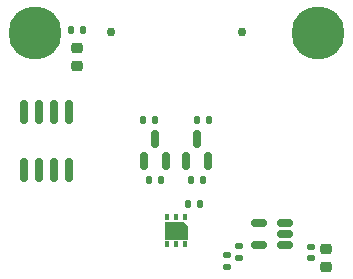
<source format=gbr>
%TF.GenerationSoftware,KiCad,Pcbnew,(6.0.0-0)*%
%TF.CreationDate,2022-03-07T01:14:35-05:00*%
%TF.ProjectId,air_quality,6169725f-7175-4616-9c69-74792e6b6963,rev?*%
%TF.SameCoordinates,Original*%
%TF.FileFunction,Soldermask,Top*%
%TF.FilePolarity,Negative*%
%FSLAX46Y46*%
G04 Gerber Fmt 4.6, Leading zero omitted, Abs format (unit mm)*
G04 Created by KiCad (PCBNEW (6.0.0-0)) date 2022-03-07 01:14:35*
%MOMM*%
%LPD*%
G01*
G04 APERTURE LIST*
G04 Aperture macros list*
%AMRoundRect*
0 Rectangle with rounded corners*
0 $1 Rounding radius*
0 $2 $3 $4 $5 $6 $7 $8 $9 X,Y pos of 4 corners*
0 Add a 4 corners polygon primitive as box body*
4,1,4,$2,$3,$4,$5,$6,$7,$8,$9,$2,$3,0*
0 Add four circle primitives for the rounded corners*
1,1,$1+$1,$2,$3*
1,1,$1+$1,$4,$5*
1,1,$1+$1,$6,$7*
1,1,$1+$1,$8,$9*
0 Add four rect primitives between the rounded corners*
20,1,$1+$1,$2,$3,$4,$5,0*
20,1,$1+$1,$4,$5,$6,$7,0*
20,1,$1+$1,$6,$7,$8,$9,0*
20,1,$1+$1,$8,$9,$2,$3,0*%
G04 Aperture macros list end*
%ADD10C,0.000100*%
%ADD11RoundRect,0.150000X0.512500X0.150000X-0.512500X0.150000X-0.512500X-0.150000X0.512500X-0.150000X0*%
%ADD12R,0.400000X0.600000*%
%ADD13RoundRect,0.135000X0.135000X0.185000X-0.135000X0.185000X-0.135000X-0.185000X0.135000X-0.185000X0*%
%ADD14RoundRect,0.135000X-0.135000X-0.185000X0.135000X-0.185000X0.135000X0.185000X-0.135000X0.185000X0*%
%ADD15RoundRect,0.150000X0.150000X-0.587500X0.150000X0.587500X-0.150000X0.587500X-0.150000X-0.587500X0*%
%ADD16RoundRect,0.140000X-0.170000X0.140000X-0.170000X-0.140000X0.170000X-0.140000X0.170000X0.140000X0*%
%ADD17RoundRect,0.140000X-0.140000X-0.170000X0.140000X-0.170000X0.140000X0.170000X-0.140000X0.170000X0*%
%ADD18RoundRect,0.225000X-0.250000X0.225000X-0.250000X-0.225000X0.250000X-0.225000X0.250000X0.225000X0*%
%ADD19C,4.500000*%
%ADD20RoundRect,0.150000X0.150000X-0.825000X0.150000X0.825000X-0.150000X0.825000X-0.150000X-0.825000X0*%
%ADD21RoundRect,0.218750X-0.256250X0.218750X-0.256250X-0.218750X0.256250X-0.218750X0.256250X0.218750X0*%
%ADD22C,0.760000*%
G04 APERTURE END LIST*
D10*
%TO.C,U1*%
X105984000Y-79997000D02*
X105984000Y-81447000D01*
X105984000Y-81447000D02*
X107884000Y-81447000D01*
X107884000Y-81447000D02*
X107884000Y-80322000D01*
X107884000Y-80322000D02*
X107559000Y-79997000D01*
X107559000Y-79997000D02*
X105984000Y-79997000D01*
G36*
X107884000Y-80322000D02*
G01*
X107884000Y-81447000D01*
X105984000Y-81447000D01*
X105984000Y-79997000D01*
X107559000Y-79997000D01*
X107884000Y-80322000D01*
G37*
X107884000Y-80322000D02*
X107884000Y-81447000D01*
X105984000Y-81447000D01*
X105984000Y-79997000D01*
X107559000Y-79997000D01*
X107884000Y-80322000D01*
X105984000Y-79997000D02*
X105984000Y-81447000D01*
X105984000Y-81447000D02*
X107884000Y-81447000D01*
X107884000Y-81447000D02*
X107884000Y-80322000D01*
X107884000Y-80322000D02*
X107559000Y-79997000D01*
X107559000Y-79997000D02*
X105984000Y-79997000D01*
G36*
X107884000Y-80322000D02*
G01*
X107884000Y-81447000D01*
X105984000Y-81447000D01*
X105984000Y-79997000D01*
X107559000Y-79997000D01*
X107884000Y-80322000D01*
G37*
X107884000Y-80322000D02*
X107884000Y-81447000D01*
X105984000Y-81447000D01*
X105984000Y-79997000D01*
X107559000Y-79997000D01*
X107884000Y-80322000D01*
%TD*%
D11*
%TO.C,U2*%
X116199500Y-81976000D03*
X116199500Y-81026000D03*
X116199500Y-80076000D03*
X113924500Y-80076000D03*
X113924500Y-81976000D03*
%TD*%
D12*
%TO.C,U1*%
X107734000Y-79572000D03*
X106934000Y-79572000D03*
X106134000Y-79572000D03*
X106134000Y-81872000D03*
X106934000Y-81872000D03*
X107734000Y-81872000D03*
%TD*%
D13*
%TO.C,R5*%
X109730000Y-71374000D03*
X108710000Y-71374000D03*
%TD*%
D14*
%TO.C,R4*%
X104138000Y-71374000D03*
X105158000Y-71374000D03*
%TD*%
%TO.C,R3*%
X108202000Y-76454000D03*
X109222000Y-76454000D03*
%TD*%
%TO.C,R2*%
X104646000Y-76454000D03*
X105666000Y-76454000D03*
%TD*%
D15*
%TO.C,Q2*%
X107762000Y-74851500D03*
X109662000Y-74851500D03*
X108712000Y-72976500D03*
%TD*%
%TO.C,Q1*%
X104206000Y-74851500D03*
X106106000Y-74851500D03*
X105156000Y-72976500D03*
%TD*%
D16*
%TO.C,C5*%
X112268000Y-83030000D03*
X112268000Y-82070000D03*
%TD*%
%TO.C,C4*%
X111252000Y-82832000D03*
X111252000Y-83792000D03*
%TD*%
%TO.C,C3*%
X118364000Y-82098000D03*
X118364000Y-83058000D03*
%TD*%
D17*
%TO.C,C2*%
X107978000Y-78486000D03*
X108938000Y-78486000D03*
%TD*%
D18*
%TO.C,C1*%
X119634000Y-82283000D03*
X119634000Y-83833000D03*
%TD*%
D19*
%TO.C,H1*%
X95000000Y-64000000D03*
%TD*%
%TO.C,H2*%
X119000000Y-64000000D03*
%TD*%
D13*
%TO.C,R1*%
X99062000Y-63754000D03*
X98042000Y-63754000D03*
%TD*%
D20*
%TO.C,U4*%
X94107000Y-75627000D03*
X95377000Y-75627000D03*
X96647000Y-75627000D03*
X97917000Y-75627000D03*
X97917000Y-70677000D03*
X96647000Y-70677000D03*
X95377000Y-70677000D03*
X94107000Y-70677000D03*
%TD*%
D21*
%TO.C,D1*%
X98552000Y-66827500D03*
X98552000Y-65252500D03*
%TD*%
D22*
%TO.C,J1*%
X101475500Y-63900000D03*
X112524500Y-63900000D03*
%TD*%
M02*

</source>
